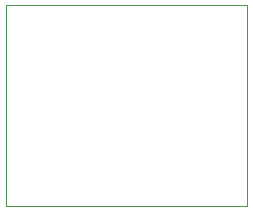
<source format=gbr>
%TF.GenerationSoftware,KiCad,Pcbnew,9.0.6-rc1*%
%TF.CreationDate,2025-12-13T16:16:27+01:00*%
%TF.ProjectId,hardware_V8,68617264-7761-4726-955f-56382e6b6963,rev?*%
%TF.SameCoordinates,Original*%
%TF.FileFunction,Profile,NP*%
%FSLAX46Y46*%
G04 Gerber Fmt 4.6, Leading zero omitted, Abs format (unit mm)*
G04 Created by KiCad (PCBNEW 9.0.6-rc1) date 2025-12-13 16:16:27*
%MOMM*%
%LPD*%
G01*
G04 APERTURE LIST*
%TA.AperFunction,Profile*%
%ADD10C,0.050000*%
%TD*%
G04 APERTURE END LIST*
D10*
X94000000Y-91500000D02*
X114350000Y-91500000D01*
X114350000Y-108500000D01*
X94000000Y-108500000D01*
X94000000Y-91500000D01*
M02*

</source>
